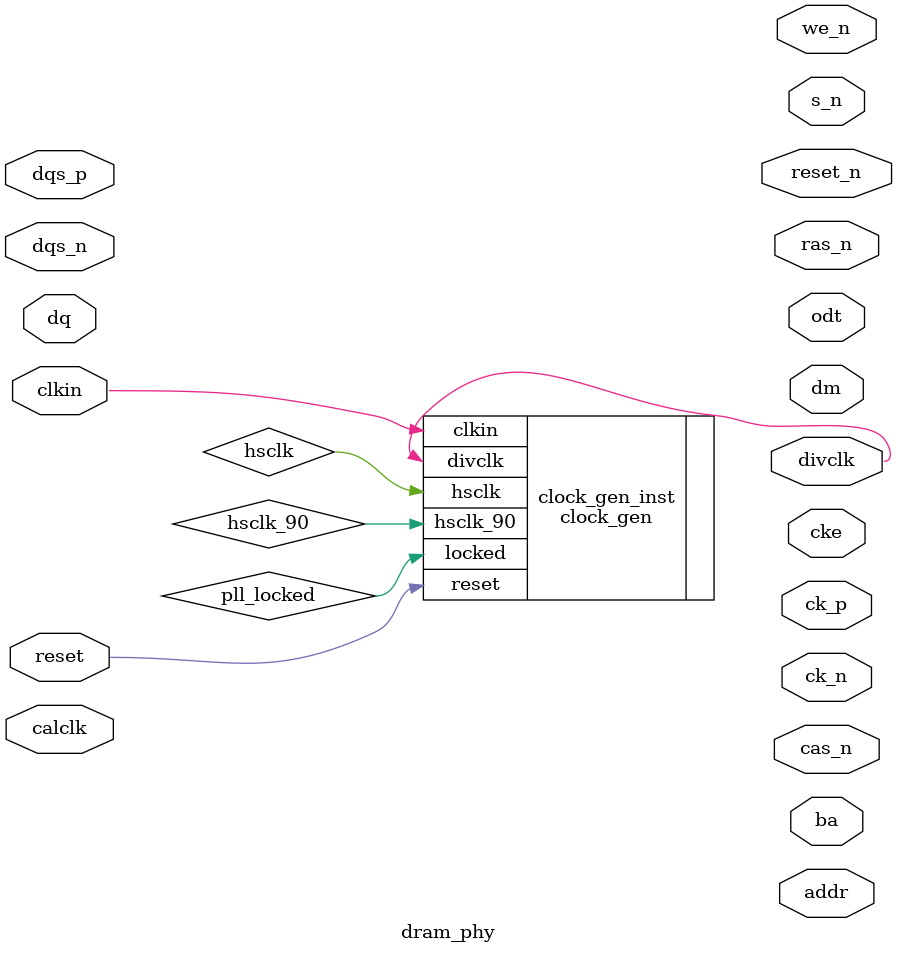
<source format=sv>
module dram_phy #(
    parameter int  W = 2  // width of dram interface in bytes.
)(
    // external dram pins
    output logic            reset_n,
    output logic [1:0]      ck_p,
    output logic [1:0]      ck_n,
    output logic [1:0]      cke,
    output logic [1:0]      s_n,
    output logic            ras_n,
    output logic            cas_n,
    output logic            we_n,
    output logic [2:0]      ba,
    output logic [15:0]     addr,
    output logic [1:0]      odt,
    inout  logic [W-1:0]    dqs_p,
    inout  logic [W-1:0]    dqs_n,
    inout  logic [W*8-1:0]  dq,
    output logic [W-1:0]    dm,
    // control and calibration
    input  logic            reset,   // synchronouse to dclk.
    input  logic            clkin,   // reference clock to PHY PLL.
    input  logic            calclk,  // clock to control io delays, etc, for calibration.
    // command and data interface
    output logic            divclk,  // command and data clock.
);

    localparam int DELGRP = 0;

    // make the clocks
    logic hsclk_90, hsclk, pll_locked;
    clock_gen clock_gen_inst (.reset(reset), .clkin(clkin), .hsclk_90(hsclk_90), .hsclk(hsclk), .divclk(divclk), .locked(pll_locked));

    // dram io logic.

endmodule


</source>
